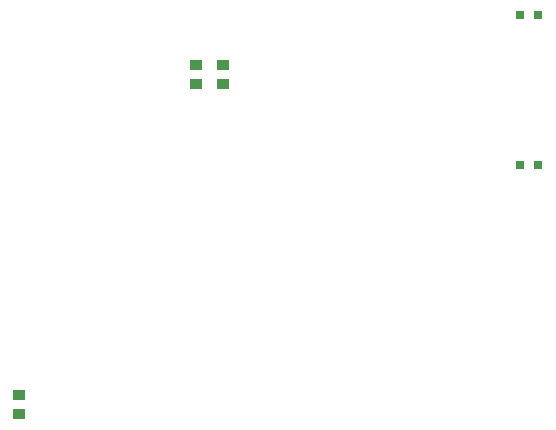
<source format=gbr>
G04 EAGLE Gerber RS-274X export*
G75*
%MOMM*%
%FSLAX34Y34*%
%LPD*%
%INSolderpaste Top*%
%IPPOS*%
%AMOC8*
5,1,8,0,0,1.08239X$1,22.5*%
G01*
%ADD10R,0.800000X0.800000*%
%ADD11R,1.031241X0.949959*%


D10*
X665600Y406400D03*
X680600Y406400D03*
D11*
X414020Y347599D03*
X414020Y363601D03*
X391160Y363601D03*
X391160Y347599D03*
D10*
X665600Y279400D03*
X680600Y279400D03*
D11*
X241300Y68199D03*
X241300Y84201D03*
M02*

</source>
